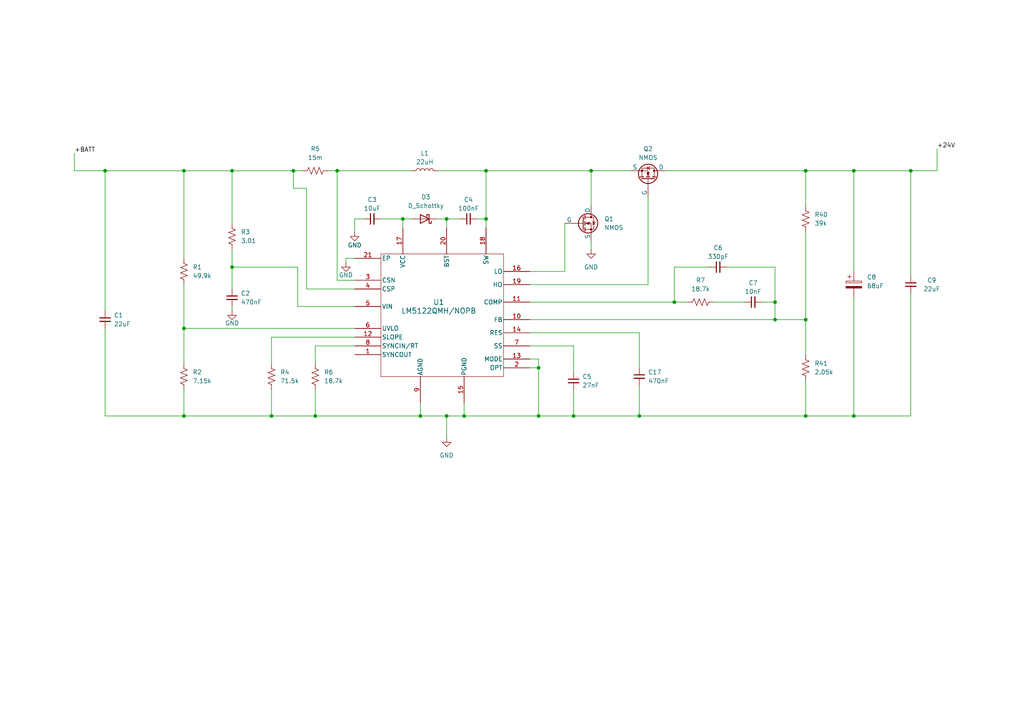
<source format=kicad_sch>
(kicad_sch (version 20231120) (generator "eeschema") (generator_version "8.0")
  (paper "A4")
  (lib_symbols
    (symbol "Device:C_Polarized" (pin_numbers hide) (pin_names (offset 0.254))
      (property "Reference" "C" (at 0.635 2.54 0))
      (property "Value" "C_Polarized" (at 0.635 -2.54 0))
      (symbol "C_Polarized_0_1"
        (rectangle (start -2.286 0.508) (end 2.286 1.016))
        (polyline (pts (xy -1.778 2.286) (xy -0.762 2.286)))
        (polyline (pts (xy -1.27 2.794) (xy -1.27 1.778)))
        (rectangle (start 2.286 -0.508) (end -2.286 -1.016) (fill (type outline)))
      )
      (symbol "C_Polarized_1_1"
        (pin passive line (at 0 3.81 270) (length 2.794) (name "~") (number "1"))
        (pin passive line (at 0 -3.81 90) (length 2.794) (name "~") (number "2"))
      )
    )
    (symbol "Device:C_Small" (pin_numbers hide) (pin_names (offset 0.254) hide)
      (property "Reference" "C" (at 0.254 1.778 0))
      (property "Value" "C_Small" (at 0.254 -2.032 0))
      (symbol "C_Small_0_1"
        (polyline (pts (xy -1.524 -0.508) (xy 1.524 -0.508)) (stroke (width 0.3302)))
        (polyline (pts (xy -1.524 0.508) (xy 1.524 0.508)) (stroke (width 0.3048)))
      )
      (symbol "C_Small_1_1"
        (pin passive line (at 0 2.54 270) (length 2.032) (name "~") (number "1"))
        (pin passive line (at 0 -2.54 90) (length 2.032) (name "~") (number "2"))
      )
    )
    (symbol "Device:D_Schottky" (pin_numbers hide) (pin_names (offset 1.016) hide)
      (property "Reference" "D" (at 0 2.54 0))
      (property "Value" "D_Schottky" (at 0 -2.54 0))
      (symbol "D_Schottky_0_1"
        (polyline (pts (xy 1.27 0) (xy -1.27 0)))
        (polyline (pts (xy 1.27 1.27) (xy 1.27 -1.27) (xy -1.27 0) (xy 1.27 1.27)) (stroke (width 0.254)))
        (polyline (pts (xy -1.905 0.635) (xy -1.905 1.27) (xy -1.27 1.27) (xy -1.27 -1.27) (xy -0.635 -1.27) (xy -0.635 -0.635)) (stroke (width 0.254)))
      )
      (symbol "D_Schottky_1_1"
        (pin passive line (at -3.81 0 0) (length 2.54) (name "K") (number "1"))
        (pin passive line (at 3.81 0 180) (length 2.54) (name "A") (number "2"))
      )
    )
    (symbol "Device:L" (pin_numbers hide) (pin_names (offset 1.016) hide)
      (property "Reference" "L" (at -1.27 0 90))
      (property "Value" "L" (at 1.905 0 90))
      (symbol "L_0_1"
        (arc (start 0 -2.54) (mid 0.6323 -1.905) (end 0 -1.27))
        (arc (start 0 -1.27) (mid 0.6323 -0.635) (end 0 0))
        (arc (start 0 0) (mid 0.6323 0.635) (end 0 1.27))
        (arc (start 0 1.27) (mid 0.6323 1.905) (end 0 2.54))
      )
      (symbol "L_1_1"
        (pin passive line (at 0 3.81 270) (length 1.27) (name "1") (number "1"))
        (pin passive line (at 0 -3.81 90) (length 1.27) (name "2") (number "2"))
      )
    )
    (symbol "Device:R_US" (pin_numbers hide) (pin_names (offset 0))
      (property "Reference" "R" (at 2.54 0 90))
      (property "Value" "R_US" (at -2.54 0 90))
      (symbol "R_US_0_1"
        (polyline (pts (xy 0 -2.286) (xy 0 -2.54)))
        (polyline (pts (xy 0 2.286) (xy 0 2.54)))
        (polyline (pts (xy 0 -0.762) (xy 1.016 -1.143) (xy 0 -1.524) (xy -1.016 -1.905) (xy 0 -2.286)))
        (polyline (pts (xy 0 0.762) (xy 1.016 0.381) (xy 0 0) (xy -1.016 -0.381) (xy 0 -0.762)))
        (polyline (pts (xy 0 2.286) (xy 1.016 1.905) (xy 0 1.524) (xy -1.016 1.143) (xy 0 0.762)))
      )
      (symbol "R_US_1_1"
        (pin passive line (at 0 3.81 270) (length 1.27) (name "~") (number "1"))
        (pin passive line (at 0 -3.81 90) (length 1.27) (name "~") (number "2"))
      )
    )
    (symbol "LM5122H:LM5122QMH_NOPB" (pin_names (offset 0.254))
      (property "Reference" "U1" (at 24.384 -8.89 0))
      (property "Value" "LM5122QMH/NOPB" (at 24.384 -11.43 0))
      (symbol "LM5122QMH_NOPB_0_1"
        (polyline (pts (xy 7.62 -30.48) (xy 43.18 -30.48)) (stroke (width 0.127)))
        (polyline (pts (xy 7.62 5.08) (xy 7.62 -30.48)) (stroke (width 0.127)))
        (polyline (pts (xy 43.18 -30.48) (xy 43.18 5.08)) (stroke (width 0.127)))
        (polyline (pts (xy 43.18 5.08) (xy 7.62 5.08)) (stroke (width 0.127)))
        (pin output line (at 0 -24.13 0) (length 7.62) (name "SYNCOUT") (number "1"))
        (pin input line (at 50.8 -13.97 180) (length 7.62) (name "FB") (number "10"))
        (pin output line (at 50.8 -8.89 180) (length 7.62) (name "COMP") (number "11"))
        (pin input line (at 0 -19.05 0) (length 7.62) (name "SLOPE") (number "12"))
        (pin input line (at 50.8 -25.4 180) (length 7.62) (name "MODE") (number "13"))
        (pin output line (at 50.8 -17.78 180) (length 7.62) (name "RES") (number "14"))
        (pin power_in line (at 31.75 -38.1 90) (length 7.62) (name "PGND") (number "15"))
        (pin output line (at 50.8 0 180) (length 7.62) (name "LO") (number "16"))
        (pin power_in line (at 13.97 12.7 270) (length 7.62) (name "VCC") (number "17"))
        (pin bidirectional line (at 38.1 12.7 270) (length 7.62) (name "SW") (number "18"))
        (pin output line (at 50.8 -3.81 180) (length 7.62) (name "HO") (number "19"))
        (pin input line (at 50.8 -27.94 180) (length 7.62) (name "OPT") (number "2"))
        (pin input line (at 26.67 12.7 270) (length 7.62) (name "BST") (number "20"))
        (pin power_out line (at 0 3.81 0) (length 7.62) (name "EP") (number "21"))
        (pin input line (at 0 -2.54 0) (length 7.62) (name "CSN") (number "3"))
        (pin input line (at 0 -5.08 0) (length 7.62) (name "CSP") (number "4"))
        (pin input line (at 0 -10.16 0) (length 7.62) (name "VIN") (number "5"))
        (pin input line (at 0 -16.51 0) (length 7.62) (name "UVLO") (number "6"))
        (pin input line (at 50.8 -21.59 180) (length 7.62) (name "SS") (number "7"))
        (pin input line (at 0 -21.59 0) (length 7.62) (name "SYNCIN/RT") (number "8"))
        (pin power_in line (at 19.05 -38.1 90) (length 7.62) (name "AGND") (number "9"))
      )
    )
    (symbol "Simulation_SPICE:NMOS" (pin_numbers hide) (pin_names (offset 0))
      (property "Reference" "Q" (at 5.08 1.27 0))
      (property "Value" "NMOS" (at 5.08 -1.27 0))
      (symbol "NMOS_0_1"
        (polyline (pts (xy 0.254 0) (xy -2.54 0)))
        (polyline (pts (xy 0.254 1.905) (xy 0.254 -1.905)) (stroke (width 0.254)))
        (polyline (pts (xy 0.762 -1.27) (xy 0.762 -2.286)) (stroke (width 0.254)))
        (polyline (pts (xy 0.762 0.508) (xy 0.762 -0.508)) (stroke (width 0.254)))
        (polyline (pts (xy 0.762 2.286) (xy 0.762 1.27)) (stroke (width 0.254)))
        (polyline (pts (xy 2.54 2.54) (xy 2.54 1.778)))
        (polyline (pts (xy 2.54 -2.54) (xy 2.54 0) (xy 0.762 0)))
        (polyline (pts (xy 0.762 -1.778) (xy 3.302 -1.778) (xy 3.302 1.778) (xy 0.762 1.778)))
        (polyline (pts (xy 1.016 0) (xy 2.032 0.381) (xy 2.032 -0.381) (xy 1.016 0)) (fill (type outline)))
        (polyline (pts (xy 2.794 0.508) (xy 2.921 0.381) (xy 3.683 0.381) (xy 3.81 0.254)))
        (polyline (pts (xy 3.302 0.381) (xy 2.921 -0.254) (xy 3.683 -0.254) (xy 3.302 0.381)))
        (circle (center 1.651 0) (radius 2.794) (stroke (width 0.254)))
        (circle (center 2.54 -1.778) (radius 0.254) (fill (type outline)))
        (circle (center 2.54 1.778) (radius 0.254) (fill (type outline)))
      )
      (symbol "NMOS_1_1"
        (pin passive line (at 2.54 5.08 270) (length 2.54) (name "D") (number "1"))
        (pin input line (at -5.08 0 0) (length 2.54) (name "G") (number "2"))
        (pin passive line (at 2.54 -5.08 90) (length 2.54) (name "S") (number "3"))
      )
    )
    (symbol "power:GND" (power) (pin_numbers hide) (pin_names (offset 0) hide)
      (property "Value" "GND" (at 0 -3.81 0))
      (symbol "GND_0_1"
        (polyline (pts (xy 0 0) (xy 0 -1.27) (xy 1.27 -1.27) (xy 0 -2.54) (xy -1.27 -1.27) (xy 0 -1.27)))
      )
      (symbol "GND_1_1"
        (pin power_in line (at 0 0 270) (length 0) (name "~") (number "1"))
      )
    )
  )
  (junction (at 78.74 120.65))
  (junction (at 156.21 120.65))
  (junction (at 53.34 49.53))
  (junction (at 129.54 63.5))
  (junction (at 233.68 92.71))
  (junction (at 195.58 87.63))
  (junction (at 97.79 49.53))
  (junction (at 140.97 49.53))
  (junction (at 185.42 120.65))
  (junction (at 247.65 49.53))
  (junction (at 85.09 49.53))
  (junction (at 140.97 63.5))
  (junction (at 91.44 120.65))
  (junction (at 30.48 49.53))
  (junction (at 233.68 49.53))
  (junction (at 171.45 49.53))
  (junction (at 233.68 120.65))
  (junction (at 53.34 95.25))
  (junction (at 121.92 120.65))
  (junction (at 264.16 49.53))
  (junction (at 53.34 120.65))
  (junction (at 129.54 120.65))
  (junction (at 67.31 77.47))
  (junction (at 116.84 63.5))
  (junction (at 224.79 87.63))
  (junction (at 134.62 120.65))
  (junction (at 67.31 49.53))
  (junction (at 247.65 120.65))
  (junction (at 166.37 120.65))
  (junction (at 224.79 92.71))
  (junction (at 156.21 106.68))
  (wire (pts (xy 271.78 43.18) (xy 271.78 49.53)))
  (wire (pts (xy 171.45 59.69) (xy 171.45 49.53)))
  (wire (pts (xy 102.87 88.9) (xy 86.36 88.9)))
  (wire (pts (xy 166.37 120.65) (xy 156.21 120.65)))
  (wire (pts (xy 53.34 49.53) (xy 67.31 49.53)))
  (wire (pts (xy 153.67 106.68) (xy 156.21 106.68)))
  (wire (pts (xy 166.37 100.33) (xy 166.37 107.95)))
  (wire (pts (xy 102.87 63.5) (xy 105.41 63.5)))
  (wire (pts (xy 185.42 120.65) (xy 166.37 120.65)))
  (wire (pts (xy 247.65 49.53) (xy 247.65 78.74)))
  (wire (pts (xy 67.31 88.9) (xy 67.31 90.17)))
  (wire (pts (xy 53.34 113.03) (xy 53.34 120.65)))
  (wire (pts (xy 233.68 120.65) (xy 247.65 120.65)))
  (wire (pts (xy 271.78 49.53) (xy 264.16 49.53)))
  (wire (pts (xy 153.67 100.33) (xy 166.37 100.33)))
  (wire (pts (xy 163.83 78.74) (xy 153.67 78.74)))
  (wire (pts (xy 233.68 110.49) (xy 233.68 120.65)))
  (wire (pts (xy 102.87 81.28) (xy 97.79 81.28)))
  (wire (pts (xy 100.33 76.2) (xy 100.33 74.93)))
  (wire (pts (xy 156.21 120.65) (xy 134.62 120.65)))
  (wire (pts (xy 67.31 49.53) (xy 67.31 64.77)))
  (wire (pts (xy 233.68 67.31) (xy 233.68 92.71)))
  (wire (pts (xy 134.62 120.65) (xy 134.62 116.84)))
  (wire (pts (xy 88.9 54.61) (xy 85.09 54.61)))
  (wire (pts (xy 88.9 83.82) (xy 88.9 54.61)))
  (wire (pts (xy 166.37 113.03) (xy 166.37 120.65)))
  (wire (pts (xy 153.67 92.71) (xy 224.79 92.71)))
  (wire (pts (xy 97.79 49.53) (xy 95.25 49.53)))
  (wire (pts (xy 85.09 49.53) (xy 87.63 49.53)))
  (wire (pts (xy 97.79 81.28) (xy 97.79 49.53)))
  (wire (pts (xy 21.59 44.45) (xy 21.59 49.53)))
  (wire (pts (xy 78.74 120.65) (xy 91.44 120.65)))
  (wire (pts (xy 156.21 106.68) (xy 156.21 120.65)))
  (wire (pts (xy 102.87 97.79) (xy 78.74 97.79)))
  (wire (pts (xy 129.54 127) (xy 129.54 120.65)))
  (wire (pts (xy 138.43 63.5) (xy 140.97 63.5)))
  (wire (pts (xy 195.58 87.63) (xy 199.39 87.63)))
  (wire (pts (xy 224.79 77.47) (xy 224.79 87.63)))
  (wire (pts (xy 53.34 82.55) (xy 53.34 95.25)))
  (wire (pts (xy 185.42 96.52) (xy 185.42 106.68)))
  (wire (pts (xy 264.16 85.09) (xy 264.16 120.65)))
  (wire (pts (xy 156.21 104.14) (xy 156.21 106.68)))
  (wire (pts (xy 233.68 49.53) (xy 193.04 49.53)))
  (wire (pts (xy 91.44 113.03) (xy 91.44 120.65)))
  (wire (pts (xy 207.01 87.63) (xy 215.9 87.63)))
  (wire (pts (xy 53.34 105.41) (xy 53.34 95.25)))
  (wire (pts (xy 185.42 111.76) (xy 185.42 120.65)))
  (wire (pts (xy 153.67 87.63) (xy 195.58 87.63)))
  (wire (pts (xy 100.33 74.93) (xy 102.87 74.93)))
  (wire (pts (xy 195.58 77.47) (xy 195.58 87.63)))
  (wire (pts (xy 224.79 92.71) (xy 224.79 87.63)))
  (wire (pts (xy 233.68 120.65) (xy 185.42 120.65)))
  (wire (pts (xy 205.74 77.47) (xy 195.58 77.47)))
  (wire (pts (xy 102.87 67.31) (xy 102.87 63.5)))
  (wire (pts (xy 233.68 92.71) (xy 224.79 92.71)))
  (wire (pts (xy 67.31 72.39) (xy 67.31 77.47)))
  (wire (pts (xy 85.09 54.61) (xy 85.09 49.53)))
  (wire (pts (xy 171.45 49.53) (xy 182.88 49.53)))
  (wire (pts (xy 21.59 49.53) (xy 30.48 49.53)))
  (wire (pts (xy 264.16 80.01) (xy 264.16 49.53)))
  (wire (pts (xy 233.68 102.87) (xy 233.68 92.71)))
  (wire (pts (xy 116.84 63.5) (xy 119.38 63.5)))
  (wire (pts (xy 67.31 49.53) (xy 85.09 49.53)))
  (wire (pts (xy 102.87 100.33) (xy 91.44 100.33)))
  (wire (pts (xy 153.67 104.14) (xy 156.21 104.14)))
  (wire (pts (xy 53.34 95.25) (xy 102.87 95.25)))
  (wire (pts (xy 67.31 77.47) (xy 67.31 83.82)))
  (wire (pts (xy 127 49.53) (xy 140.97 49.53)))
  (wire (pts (xy 163.83 64.77) (xy 163.83 78.74)))
  (wire (pts (xy 97.79 49.53) (xy 119.38 49.53)))
  (wire (pts (xy 129.54 120.65) (xy 134.62 120.65)))
  (wire (pts (xy 110.49 63.5) (xy 116.84 63.5)))
  (wire (pts (xy 30.48 49.53) (xy 53.34 49.53)))
  (wire (pts (xy 129.54 63.5) (xy 127 63.5)))
  (wire (pts (xy 129.54 63.5) (xy 133.35 63.5)))
  (wire (pts (xy 210.82 77.47) (xy 224.79 77.47)))
  (wire (pts (xy 140.97 49.53) (xy 140.97 63.5)))
  (wire (pts (xy 78.74 97.79) (xy 78.74 105.41)))
  (wire (pts (xy 78.74 113.03) (xy 78.74 120.65)))
  (wire (pts (xy 153.67 96.52) (xy 185.42 96.52)))
  (wire (pts (xy 86.36 77.47) (xy 67.31 77.47)))
  (wire (pts (xy 247.65 49.53) (xy 264.16 49.53)))
  (wire (pts (xy 171.45 49.53) (xy 140.97 49.53)))
  (wire (pts (xy 30.48 90.17) (xy 30.48 49.53)))
  (wire (pts (xy 121.92 120.65) (xy 129.54 120.65)))
  (wire (pts (xy 140.97 63.5) (xy 140.97 66.04)))
  (wire (pts (xy 102.87 83.82) (xy 88.9 83.82)))
  (wire (pts (xy 224.79 87.63) (xy 220.98 87.63)))
  (wire (pts (xy 121.92 116.84) (xy 121.92 120.65)))
  (wire (pts (xy 187.96 57.15) (xy 187.96 82.55)))
  (wire (pts (xy 116.84 66.04) (xy 116.84 63.5)))
  (wire (pts (xy 171.45 69.85) (xy 171.45 72.39)))
  (wire (pts (xy 91.44 120.65) (xy 121.92 120.65)))
  (wire (pts (xy 129.54 66.04) (xy 129.54 63.5)))
  (wire (pts (xy 53.34 74.93) (xy 53.34 49.53)))
  (wire (pts (xy 187.96 82.55) (xy 153.67 82.55)))
  (wire (pts (xy 53.34 120.65) (xy 78.74 120.65)))
  (wire (pts (xy 91.44 100.33) (xy 91.44 105.41)))
  (wire (pts (xy 247.65 86.36) (xy 247.65 120.65)))
  (wire (pts (xy 233.68 59.69) (xy 233.68 49.53)))
  (wire (pts (xy 247.65 120.65) (xy 264.16 120.65)))
  (wire (pts (xy 30.48 120.65) (xy 53.34 120.65)))
  (wire (pts (xy 233.68 49.53) (xy 247.65 49.53)))
  (wire (pts (xy 30.48 95.25) (xy 30.48 120.65)))
  (wire (pts (xy 86.36 88.9) (xy 86.36 77.47)))
  (label "+BATT" (at 21.59 44.45 0))
  (label "+24V" (at 271.78 43.18 0))
  (symbol (lib_id "Device:R_US") (at 233.68 63.5 0) (unit 1)
    (property "Reference" "R40" (at 236.22 62.2299 0) (effects (justify left)))
    (property "Value" "39k" (at 236.22 64.7699 0) (effects (justify left)))
    (property "Description" "Resistor, US symbol" (effects (hide yes)))
  )
  (symbol (lib_id "Device:C_Small") (at 264.16 82.55 0) (unit 1)
    (property "Reference" "C9" (at 270.256 81.28 0))
    (property "Value" "22uF" (at 270.256 83.82 0))
    (property "Description" "Unpolarized capacitor, small symbol" (effects (hide yes)))
  )
  (symbol (lib_id "Device:R_US") (at 91.44 109.22 0) (unit 1)
    (property "Reference" "R6" (at 93.98 107.9499 0) (effects (justify left)))
    (property "Value" "18.7k" (at 93.98 110.4899 0) (effects (justify left)))
    (property "Description" "Resistor, US symbol" (effects (hide yes)))
  )
  (symbol (lib_id "Device:C_Small") (at 166.37 110.49 0) (unit 1)
    (property "Reference" "C5" (at 168.91 109.2262 0) (effects (justify left)))
    (property "Value" "27nF" (at 168.91 111.7662 0) (effects (justify left)))
    (property "Description" "Unpolarized capacitor, small symbol" (effects (hide yes)))
  )
  (symbol (lib_id "Device:R_US") (at 78.74 109.22 0) (unit 1)
    (property "Reference" "R4" (at 81.28 107.9499 0) (effects (justify left)))
    (property "Value" "71.5k" (at 81.28 110.4899 0) (effects (justify left)))
    (property "Description" "Resistor, US symbol" (effects (hide yes)))
  )
  (symbol (lib_id "Simulation_SPICE:NMOS") (at 187.96 52.07 270) (mirror x) (unit 1)
    (property "Reference" "Q2" (at 187.96 43.18 90))
    (property "Value" "NMOS" (at 187.96 45.72 90))
    (property "Datasheet" "https://ngspice.sourceforge.io/docs/ngspice-html-manual/manual.xhtml#cha_MOSFETs" (effects (hide yes)))
    (property "Description" "N-MOSFET transistor, drain/source/gate" (effects (hide yes)))
    (property "Sim.Device" "NMOS" (effects (hide yes)))
    (property "Sim.Type" "VDMOS" (effects (hide yes)))
    (property "Sim.Pins" "1=D 2=G 3=S" (effects (hide yes)))
  )
  (symbol (lib_id "Device:C_Small") (at 67.31 86.36 0) (unit 1)
    (property "Reference" "C2" (at 69.85 85.0962 0) (effects (justify left)))
    (property "Value" "470nF" (at 69.85 87.6362 0) (effects (justify left)))
    (property "Description" "Unpolarized capacitor, small symbol" (effects (hide yes)))
  )
  (symbol (lib_id "LM5122H:LM5122QMH_NOPB") (at 102.87 78.74 0) (unit 1)
    (property "Reference" "U1" (at 127.254 87.63 0) (effects (font (size 1.524 1.524))))
    (property "Value" "LM5122QMH/NOPB" (at 127.254 90.17 0) (effects (font (size 1.524 1.524))))
    (property "Footprint" "HTSSOP20" (effects (hide yes)))
    (property "Datasheet" "LM5122QMH/NOPB" (effects (hide yes)))
  )
  (symbol (lib_id "Device:R_US") (at 203.2 87.63 270) (unit 1)
    (property "Reference" "R7" (at 203.2 81.28 90))
    (property "Value" "18.7k" (at 203.2 83.82 90))
    (property "Description" "Resistor, US symbol" (effects (hide yes)))
  )
  (symbol (lib_id "power:GND") (at 102.87 67.31 0) (unit 1)
    (property "Reference" "#PWR03" (effects (hide yes)))
    (property "Value" "GND" (at 102.87 71.12 0))
    (property "Description" "Power symbol creates a global label with name \"GND\" , ground" (effects (hide yes)))
  )
  (symbol (lib_id "Device:C_Small") (at 30.48 92.71 0) (unit 1)
    (property "Reference" "C1" (at 33.02 91.4462 0) (effects (justify left)))
    (property "Value" "22uF" (at 33.02 93.9862 0) (effects (justify left)))
    (property "Description" "Unpolarized capacitor, small symbol" (effects (hide yes)))
  )
  (symbol (lib_id "power:GND") (at 129.54 127 0) (unit 1)
    (property "Reference" "#PWR04" (effects (hide yes)))
    (property "Value" "GND" (at 129.54 132.08 0))
    (property "Description" "Power symbol creates a global label with name \"GND\" , ground" (effects (hide yes)))
  )
  (symbol (lib_id "Device:C_Small") (at 107.95 63.5 90) (unit 1)
    (property "Reference" "C3" (at 107.95 57.912 90))
    (property "Value" "10uF" (at 107.95 60.452 90))
    (property "Description" "Unpolarized capacitor, small symbol" (effects (hide yes)))
  )
  (symbol (lib_id "Device:L") (at 123.19 49.53 90) (unit 1)
    (property "Reference" "L1" (at 123.19 44.45 90))
    (property "Value" "22uH" (at 123.19 46.99 90))
    (property "Description" "Inductor" (effects (hide yes)))
  )
  (symbol (lib_id "power:GND") (at 171.45 72.39 0) (unit 1)
    (property "Reference" "#PWR05" (effects (hide yes)))
    (property "Value" "GND" (at 171.45 77.47 0))
    (property "Description" "Power symbol creates a global label with name \"GND\" , ground" (effects (hide yes)))
  )
  (symbol (lib_id "power:GND") (at 100.33 76.2 0) (unit 1)
    (property "Reference" "#PWR02" (effects (hide yes)))
    (property "Value" "GND" (at 100.33 79.756 0))
    (property "Description" "Power symbol creates a global label with name \"GND\" , ground" (effects (hide yes)))
  )
  (symbol (lib_id "Device:R_US") (at 53.34 109.22 0) (unit 1)
    (property "Reference" "R2" (at 55.88 107.9499 0) (effects (justify left)))
    (property "Value" "7.15k" (at 55.88 110.4899 0) (effects (justify left)))
    (property "Description" "Resistor, US symbol" (effects (hide yes)))
  )
  (symbol (lib_id "Device:C_Polarized") (at 247.65 82.55 0) (unit 1)
    (property "Reference" "C8" (at 251.46 80.3909 0) (effects (justify left)))
    (property "Value" "68uF" (at 251.46 82.9309 0) (effects (justify left)))
    (property "Description" "Polarized capacitor" (effects (hide yes)))
  )
  (symbol (lib_id "Device:C_Small") (at 135.89 63.5 90) (unit 1)
    (property "Reference" "C4" (at 135.89 57.912 90))
    (property "Value" "100nF" (at 135.89 60.452 90))
    (property "Description" "Unpolarized capacitor, small symbol" (effects (hide yes)))
  )
  (symbol (lib_id "Device:R_US") (at 91.44 49.53 90) (unit 1)
    (property "Reference" "R5" (at 91.44 43.18 90))
    (property "Value" "15m" (at 91.44 45.72 90))
    (property "Description" "Resistor, US symbol" (effects (hide yes)))
  )
  (symbol (lib_id "Device:R_US") (at 67.31 68.58 0) (unit 1)
    (property "Reference" "R3" (at 69.85 67.31 0) (effects (justify left)))
    (property "Value" "3.01" (at 69.85 69.8499 0) (effects (justify left)))
    (property "Description" "Resistor, US symbol" (effects (hide yes)))
  )
  (symbol (lib_id "Device:R_US") (at 233.68 106.68 0) (unit 1)
    (property "Reference" "R41" (at 236.22 105.4099 0) (effects (justify left)))
    (property "Value" "2.05k" (at 236.22 107.9499 0) (effects (justify left)))
    (property "Description" "Resistor, US symbol" (effects (hide yes)))
  )
  (symbol (lib_id "Device:C_Small") (at 185.42 109.22 0) (unit 1)
    (property "Reference" "C17" (at 187.96 107.9562 0) (effects (justify left)))
    (property "Value" "470nF" (at 187.96 110.4962 0) (effects (justify left)))
    (property "Description" "Unpolarized capacitor, small symbol" (effects (hide yes)))
  )
  (symbol (lib_id "Device:C_Small") (at 208.28 77.47 90) (unit 1)
    (property "Reference" "C6" (at 208.28 71.882 90))
    (property "Value" "330pF" (at 208.28 74.422 90))
    (property "Description" "Unpolarized capacitor, small symbol" (effects (hide yes)))
  )
  (symbol (lib_id "Device:R_US") (at 53.34 78.74 0) (unit 1)
    (property "Reference" "R1" (at 55.88 77.4699 0) (effects (justify left)))
    (property "Value" "49.9k" (at 55.88 80.0099 0) (effects (justify left)))
    (property "Description" "Resistor, US symbol" (effects (hide yes)))
  )
  (symbol (lib_id "Device:D_Schottky") (at 123.19 63.5 180) (unit 1)
    (property "Reference" "D3" (at 123.5075 57.15 0))
    (property "Value" "D_Schottky" (at 123.5075 59.69 0))
    (property "Description" "Schottky diode" (effects (hide yes)))
  )
  (symbol (lib_id "Simulation_SPICE:NMOS") (at 168.91 64.77 0) (unit 1)
    (property "Reference" "Q1" (at 175.26 63.4999 0) (effects (justify left)))
    (property "Value" "NMOS" (at 175.26 66.0399 0) (effects (justify left)))
    (property "Datasheet" "https://ngspice.sourceforge.io/docs/ngspice-html-manual/manual.xhtml#cha_MOSFETs" (effects (hide yes)))
    (property "Description" "N-MOSFET transistor, drain/source/gate" (effects (hide yes)))
    (property "Sim.Device" "NMOS" (effects (hide yes)))
    (property "Sim.Type" "VDMOS" (effects (hide yes)))
    (property "Sim.Pins" "1=D 2=G 3=S" (effects (hide yes)))
  )
  (symbol (lib_id "Device:C_Small") (at 218.44 87.63 90) (unit 1)
    (property "Reference" "C7" (at 218.44 82.042 90))
    (property "Value" "10nF" (at 218.44 84.582 90))
    (property "Description" "Unpolarized capacitor, small symbol" (effects (hide yes)))
  )
  (symbol (lib_id "power:GND") (at 67.31 90.17 0) (unit 1)
    (property "Reference" "#PWR01" (effects (hide yes)))
    (property "Value" "GND" (at 67.31 93.726 0))
    (property "Description" "Power symbol creates a global label with name \"GND\" , ground" (effects (hide yes)))
  )
)
</source>
